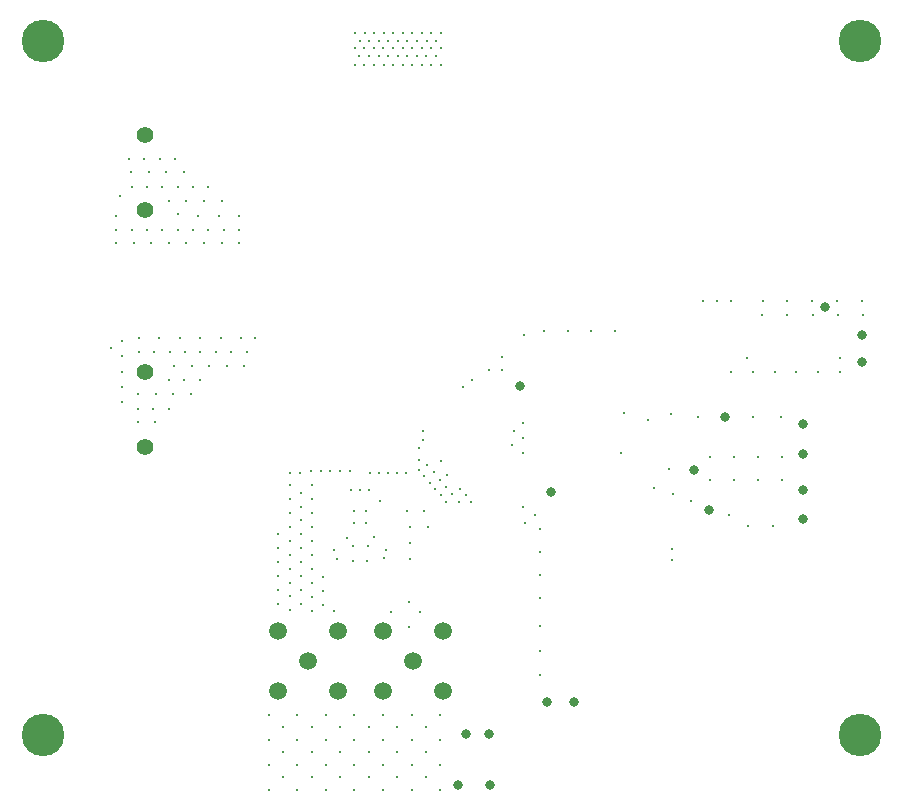
<source format=gbr>
%TF.GenerationSoftware,Altium Limited,Altium Designer,22.9.1 (49)*%
G04 Layer_Color=0*
%FSLAX45Y45*%
%MOMM*%
%TF.SameCoordinates,C6D2A98E-D71B-44EB-B230-12E80A119C5B*%
%TF.FilePolarity,Positive*%
%TF.FileFunction,Plated,1,4,PTH,Drill*%
%TF.Part,Single*%
G01*
G75*
%TA.AperFunction,ComponentDrill*%
%ADD95C,0.80000*%
%ADD96C,1.50000*%
%ADD97C,1.49860*%
%ADD98C,0.30000*%
%ADD99C,3.60000*%
%ADD100C,0.80000*%
%ADD101C,1.40000*%
%TA.AperFunction,ViaDrill,NotFilled*%
%ADD102C,0.30000*%
D95*
X4497500Y3720000D02*
D03*
X6102500Y2670000D02*
D03*
X4237500Y777500D02*
D03*
X4037500D02*
D03*
X6897500Y2595000D02*
D03*
Y2841380D02*
D03*
X4240000Y337500D02*
D03*
X3972500D02*
D03*
X6237500Y3460000D02*
D03*
X5975000Y3010000D02*
D03*
D96*
X3847770Y1137230D02*
D03*
X3337230D02*
D03*
Y1647770D02*
D03*
X3847770D02*
D03*
X2960270Y1137230D02*
D03*
X2449730D02*
D03*
X2960270Y1647770D02*
D03*
X2449730D02*
D03*
D97*
X3592500Y1392500D02*
D03*
X2705000D02*
D03*
D98*
X3195300Y2562700D02*
D03*
Y2664300D02*
D03*
X3093700Y2562700D02*
D03*
Y2664300D02*
D03*
D99*
X457500Y762500D02*
D03*
Y6642500D02*
D03*
X7377500D02*
D03*
Y762500D02*
D03*
D100*
X6897500Y3397500D02*
D03*
Y3143500D02*
D03*
X7390771Y4155507D02*
D03*
X4957500Y1042500D02*
D03*
X4727500D02*
D03*
X7390771Y3926907D02*
D03*
X4760000Y2820000D02*
D03*
X7080000Y4385000D02*
D03*
D101*
X1322500Y5210000D02*
D03*
Y5845000D02*
D03*
Y3837500D02*
D03*
Y3202500D02*
D03*
D102*
X1503214Y5530000D02*
D03*
X1354642D02*
D03*
X1577499Y5645000D02*
D03*
X1206071Y5530000D02*
D03*
X1651785D02*
D03*
X1447499Y5645000D02*
D03*
X1317500D02*
D03*
X1187500D02*
D03*
X1971427Y5290000D02*
D03*
X1525714D02*
D03*
X1599999Y5405000D02*
D03*
X1822856Y5290000D02*
D03*
X1674285D02*
D03*
X1110000Y5332500D02*
D03*
X1859999Y5405000D02*
D03*
X1729999D02*
D03*
X1469999D02*
D03*
X1340000D02*
D03*
X1210000D02*
D03*
X1127500Y3582501D02*
D03*
X1037500Y4045000D02*
D03*
X1127500Y3712501D02*
D03*
Y3842501D02*
D03*
Y3972500D02*
D03*
Y4102500D02*
D03*
X1411071Y3412500D02*
D03*
X1262500D02*
D03*
X1522499Y3527500D02*
D03*
X1392500D02*
D03*
X1262500D02*
D03*
X1710714Y3652500D02*
D03*
X1562142D02*
D03*
X1784999Y3767500D02*
D03*
X1413571Y3652500D02*
D03*
X1265000D02*
D03*
X1654999Y3767500D02*
D03*
X1524999D02*
D03*
X3712500Y3049999D02*
D03*
X3877500Y2970000D02*
D03*
X3640000Y3010000D02*
D03*
X3673400Y3337500D02*
D03*
Y3260000D02*
D03*
X3642500Y3090000D02*
D03*
X3765750Y2988000D02*
D03*
X3686500Y2956000D02*
D03*
X3819000Y2926000D02*
D03*
X3733000Y2902000D02*
D03*
X3779499Y2848000D02*
D03*
X3992500Y2850000D02*
D03*
X3872250Y2864000D02*
D03*
X3825999Y2794000D02*
D03*
X4038750Y2795000D02*
D03*
X3925499Y2802000D02*
D03*
X3832500Y3082500D02*
D03*
X3978749Y2740000D02*
D03*
X4084999D02*
D03*
X2735000Y2880000D02*
D03*
X2727500Y2997500D02*
D03*
X3872499Y2740000D02*
D03*
X3645000Y3192500D02*
D03*
X2922500Y1815000D02*
D03*
X2257500Y4122500D02*
D03*
X3787499Y6645000D02*
D03*
X3706666D02*
D03*
X3625833D02*
D03*
X3545000D02*
D03*
X3464166D02*
D03*
X3383333D02*
D03*
X3302500D02*
D03*
X3221667D02*
D03*
X3140833D02*
D03*
X3828332Y6712500D02*
D03*
X3747499D02*
D03*
X3666666D02*
D03*
X3585833D02*
D03*
X3505000D02*
D03*
X3424166D02*
D03*
X3343333D02*
D03*
X3262500D02*
D03*
X3181667D02*
D03*
X3100834D02*
D03*
X2830000Y1868889D02*
D03*
Y2105000D02*
D03*
Y1986945D02*
D03*
X2452500Y1995556D02*
D03*
Y2231666D02*
D03*
Y2349722D02*
D03*
Y2113611D02*
D03*
Y2467777D02*
D03*
Y1877500D02*
D03*
X2735000Y1935557D02*
D03*
Y2171668D02*
D03*
Y2289723D02*
D03*
Y2053612D02*
D03*
Y2407779D02*
D03*
Y2761945D02*
D03*
Y2525834D02*
D03*
Y2643889D02*
D03*
Y1817502D02*
D03*
X2642500Y1873057D02*
D03*
Y2109168D02*
D03*
Y2227223D02*
D03*
Y1991112D02*
D03*
Y2345279D02*
D03*
Y2699445D02*
D03*
Y2463334D02*
D03*
Y2581389D02*
D03*
Y2817500D02*
D03*
X2552500Y1820000D02*
D03*
Y2882499D02*
D03*
Y2646388D02*
D03*
Y2528333D02*
D03*
Y2764443D02*
D03*
Y2410277D02*
D03*
Y2056111D02*
D03*
Y2292222D02*
D03*
Y2174166D02*
D03*
X5630000Y2859999D02*
D03*
X3567500Y2252500D02*
D03*
X3570000Y2389167D02*
D03*
X3715000Y2525833D02*
D03*
X3570000D02*
D03*
X3687500Y2662500D02*
D03*
X3540000D02*
D03*
X6267500Y2627500D02*
D03*
X6471249Y3460000D02*
D03*
X6704999D02*
D03*
X6003750D02*
D03*
X5775000Y3480000D02*
D03*
X5375000Y3495000D02*
D03*
X6715000Y2925000D02*
D03*
X6513333D02*
D03*
X6311667D02*
D03*
X6715000Y3120000D02*
D03*
X6513333D02*
D03*
X6311667D02*
D03*
X6640000Y2532500D02*
D03*
X6430000Y2535000D02*
D03*
X6422500Y3960000D02*
D03*
X7210000Y3955000D02*
D03*
Y3842500D02*
D03*
X7400000Y4317500D02*
D03*
X7187500D02*
D03*
X6975000D02*
D03*
X6762500D02*
D03*
X6550000D02*
D03*
X4345000Y3852500D02*
D03*
X4540000Y2562500D02*
D03*
X4432500Y3220000D02*
D03*
X4520000Y3280000D02*
D03*
Y3152500D02*
D03*
Y3402500D02*
D03*
X4445000Y3342500D02*
D03*
X6468000Y3842500D02*
D03*
X7024500D02*
D03*
X6839000D02*
D03*
X6653500D02*
D03*
X6282500D02*
D03*
X6166250Y4440000D02*
D03*
X6287500D02*
D03*
X6045000D02*
D03*
X5302500Y4185000D02*
D03*
X5102500D02*
D03*
X4902500D02*
D03*
X4702500D02*
D03*
X4530000Y4155000D02*
D03*
X4345000Y3967500D02*
D03*
X4232500Y3852500D02*
D03*
X4092500Y3770000D02*
D03*
X4017500Y3712500D02*
D03*
X4627500Y2630000D02*
D03*
X4522500Y2695000D02*
D03*
X4667500Y2509998D02*
D03*
Y2314166D02*
D03*
Y2118333D02*
D03*
X4670000Y1922500D02*
D03*
X4667500Y1685000D02*
D03*
Y1478750D02*
D03*
Y1272500D02*
D03*
X3558959Y1679167D02*
D03*
Y1890833D02*
D03*
X3650000Y1802500D02*
D03*
X3407917D02*
D03*
X2552500Y1938056D02*
D03*
X2491042Y405833D02*
D03*
X2733124D02*
D03*
X2975207D02*
D03*
X3217290D02*
D03*
X3459373D02*
D03*
X3701456D02*
D03*
X2491042Y617500D02*
D03*
X2733124D02*
D03*
X2975207D02*
D03*
X3217290D02*
D03*
X3459373D02*
D03*
X3701456D02*
D03*
X2491042Y829166D02*
D03*
X2733124D02*
D03*
X2975207D02*
D03*
X3217290D02*
D03*
X3459373D02*
D03*
X3701456D02*
D03*
X1272501Y4007500D02*
D03*
X1402500D02*
D03*
X1532500D02*
D03*
X1662500D02*
D03*
X1922499D02*
D03*
X2052499D02*
D03*
X2182499D02*
D03*
X1866785Y3892500D02*
D03*
X2015357D02*
D03*
X1792500Y4007500D02*
D03*
X1569643Y3892500D02*
D03*
X1718214D02*
D03*
X2163928D02*
D03*
X1792500Y4122500D02*
D03*
X1619167D02*
D03*
X1445834D02*
D03*
X1272501D02*
D03*
X1965833D02*
D03*
X2139166D02*
D03*
X1946666Y5157500D02*
D03*
X1773333D02*
D03*
X1080000D02*
D03*
X2119999D02*
D03*
X1600000Y5177500D02*
D03*
X1971427Y4927500D02*
D03*
X2119999D02*
D03*
X1525714D02*
D03*
X1377143D02*
D03*
X1599999Y5042500D02*
D03*
X1228571Y4927500D02*
D03*
X1822856D02*
D03*
X1674285D02*
D03*
X1080000D02*
D03*
X2119998Y5042500D02*
D03*
X1989998D02*
D03*
X1859999D02*
D03*
X1729999D02*
D03*
X1469999D02*
D03*
X1340000D02*
D03*
X1210000D02*
D03*
X1080000D02*
D03*
X2612083Y300000D02*
D03*
X2854166D02*
D03*
X3096249D02*
D03*
X2370000D02*
D03*
X3822497D02*
D03*
X3338331D02*
D03*
X3580414D02*
D03*
X3822497Y511667D02*
D03*
X3580414Y511666D02*
D03*
X3338331D02*
D03*
X3096249D02*
D03*
X2854166D02*
D03*
X2612083D02*
D03*
X2370000D02*
D03*
X3338331Y723333D02*
D03*
X3580414D02*
D03*
X3822497Y723333D02*
D03*
X3822499Y935000D02*
D03*
X3580415Y934999D02*
D03*
X3338332D02*
D03*
X2370000Y723333D02*
D03*
X2612083D02*
D03*
X2854166D02*
D03*
X3096249D02*
D03*
X3096249Y934999D02*
D03*
X2854166D02*
D03*
X2612083D02*
D03*
X2370000D02*
D03*
X3230000Y2985000D02*
D03*
X3301250D02*
D03*
X3455417D02*
D03*
X3532500D02*
D03*
X3378333D02*
D03*
X2891250Y2997500D02*
D03*
X3054999D02*
D03*
X2973125D02*
D03*
X2809375D02*
D03*
X2635001Y2985000D02*
D03*
X2554168D02*
D03*
X3099167Y6582500D02*
D03*
X3180000D02*
D03*
X3260833D02*
D03*
X3341666D02*
D03*
X3422500D02*
D03*
X3503333D02*
D03*
X3584166D02*
D03*
X3664999D02*
D03*
X3745832D02*
D03*
X3826666D02*
D03*
X3139167Y6515000D02*
D03*
X3220000D02*
D03*
X3300833D02*
D03*
X3381666D02*
D03*
X3462500D02*
D03*
X3543333D02*
D03*
X3624166D02*
D03*
X3704999D02*
D03*
X3785832D02*
D03*
X3827499Y6440000D02*
D03*
X3746666D02*
D03*
X3665832D02*
D03*
X3584999D02*
D03*
X3504166D02*
D03*
X3423333D02*
D03*
X3342500D02*
D03*
X3261666D02*
D03*
X3180833D02*
D03*
X3100000D02*
D03*
X3205000Y2237500D02*
D03*
X3085000D02*
D03*
X2947500Y2252500D02*
D03*
X3362500Y2335000D02*
D03*
X3342500Y2260000D02*
D03*
X2922500Y2335000D02*
D03*
X3220000Y2840000D02*
D03*
X3145000D02*
D03*
X3070000D02*
D03*
X3207500Y2362500D02*
D03*
X3085000D02*
D03*
X3312500Y2745000D02*
D03*
X3265000Y2437500D02*
D03*
X5787500Y2245000D02*
D03*
Y2340000D02*
D03*
X5580000Y3435000D02*
D03*
X3030000Y2435000D02*
D03*
X5355000Y3152500D02*
D03*
X6552600Y4437500D02*
D03*
X6762575D02*
D03*
X6972550D02*
D03*
X7182525D02*
D03*
X7392500D02*
D03*
X6110000Y2925000D02*
D03*
Y3120000D02*
D03*
X5762500Y3015000D02*
D03*
X5948750Y2743750D02*
D03*
X5789375Y2801875D02*
D03*
%TF.MD5,0e9d9c320dd2661097d4ba46efc2deed*%
M02*

</source>
